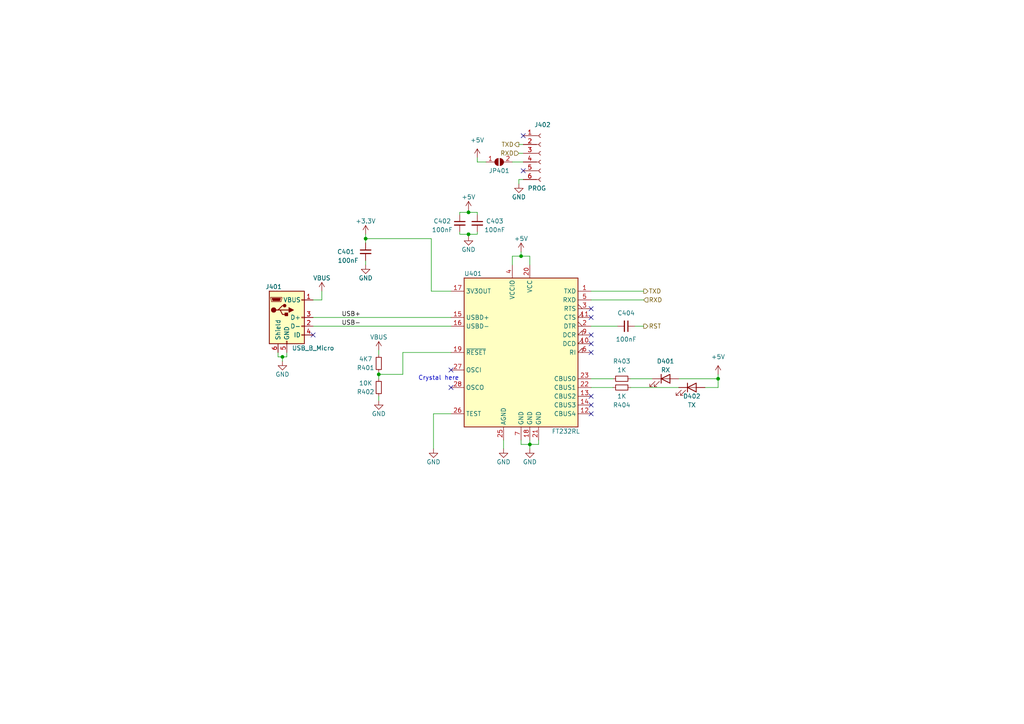
<source format=kicad_sch>
(kicad_sch (version 20211123) (generator eeschema)
  (paper "A4")
  (title_block (title "VTOL Board") (date "${ISSUE}") (rev "${REVISION}") (company "SNHU") (comment 4 "Release: ${FULL_REVISION}"))
  (lib_symbols
    (symbol "Connector:Conn_01x06_Female" (pin_names (offset 1.016) hide)
      (property "Reference" "J" (at 0 7.62 0))
      (property "Value" "Conn_01x06_Female" (at 0 -10.16 0))
      (symbol "Conn_01x06_Female_1_1"
        (arc (start 0 -7.112) (mid -0.508 -7.62) (end 0 -8.128) (stroke (width 0.1524)))
        (arc (start 0 -4.572) (mid -0.508 -5.08) (end 0 -5.588) (stroke (width 0.1524)))
        (arc (start 0 -2.032) (mid -0.508 -2.54) (end 0 -3.048) (stroke (width 0.1524)))
        (polyline (pts (xy -1.27 -7.62) (xy -0.508 -7.62)) (stroke (width 0.1524)))
        (polyline (pts (xy -1.27 -5.08) (xy -0.508 -5.08)) (stroke (width 0.1524)))
        (polyline (pts (xy -1.27 -2.54) (xy -0.508 -2.54)) (stroke (width 0.1524)))
        (polyline (pts (xy -1.27 0) (xy -0.508 0)) (stroke (width 0.1524)))
        (polyline (pts (xy -1.27 2.54) (xy -0.508 2.54)) (stroke (width 0.1524)))
        (polyline (pts (xy -1.27 5.08) (xy -0.508 5.08)) (stroke (width 0.1524)))
        (arc (start 0 0.508) (mid -0.508 0) (end 0 -0.508) (stroke (width 0.1524)))
        (arc (start 0 3.048) (mid -0.508 2.54) (end 0 2.032) (stroke (width 0.1524)))
        (arc (start 0 5.588) (mid -0.508 5.08) (end 0 4.572) (stroke (width 0.1524)))
        (pin passive line (at -5.08 5.08 0) (length 3.81) (name "Pin_1") (number "1"))
        (pin passive line (at -5.08 2.54 0) (length 3.81) (name "Pin_2") (number "2"))
        (pin passive line (at -5.08 0 0) (length 3.81) (name "Pin_3") (number "3"))
        (pin passive line (at -5.08 -2.54 0) (length 3.81) (name "Pin_4") (number "4"))
        (pin passive line (at -5.08 -5.08 0) (length 3.81) (name "Pin_5") (number "5"))
        (pin passive line (at -5.08 -7.62 0) (length 3.81) (name "Pin_6") (number "6"))
      )
    )
    (symbol "Connector:USB_B_Micro" (pin_names (offset 1.016))
      (property "Reference" "J" (at -5.08 11.43 0))
      (property "Value" "USB_B_Micro" (at -5.08 8.89 0))
      (symbol "USB_B_Micro_0_1"
        (rectangle (start -5.08 -7.62) (end 5.08 7.62) (stroke (width 0.254)) (fill (type background)))
        (circle (center -3.81 2.159) (radius 0.635) (stroke (width 0.254)) (fill (type outline)))
        (circle (center -0.635 3.429) (radius 0.381) (stroke (width 0.254)) (fill (type outline)))
        (rectangle (start -0.127 -7.62) (end 0.127 -6.858))
        (polyline (pts (xy -1.905 2.159) (xy 0.635 2.159)) (stroke (width 0.254)))
        (polyline (pts (xy -3.175 2.159) (xy -2.54 2.159) (xy -1.27 3.429) (xy -0.635 3.429)) (stroke (width 0.254)))
        (polyline (pts (xy -2.54 2.159) (xy -1.905 2.159) (xy -1.27 0.889) (xy 0 0.889)) (stroke (width 0.254)))
        (polyline (pts (xy 0.635 2.794) (xy 0.635 1.524) (xy 1.905 2.159) (xy 0.635 2.794)) (stroke (width 0.254)) (fill (type outline)))
        (polyline (pts (xy -4.318 5.588) (xy -1.778 5.588) (xy -2.032 4.826) (xy -4.064 4.826) (xy -4.318 5.588)) (fill (type outline)))
        (polyline (pts (xy -4.699 5.842) (xy -4.699 5.588) (xy -4.445 4.826) (xy -4.445 4.572) (xy -1.651 4.572) (xy -1.651 4.826) (xy -1.397 5.588) (xy -1.397 5.842) (xy -4.699 5.842)))
        (rectangle (start 0.254 1.27) (end -0.508 0.508) (stroke (width 0.254)) (fill (type outline)))
        (rectangle (start 5.08 -5.207) (end 4.318 -4.953))
        (rectangle (start 5.08 -2.667) (end 4.318 -2.413))
        (rectangle (start 5.08 -0.127) (end 4.318 0.127))
        (rectangle (start 5.08 4.953) (end 4.318 5.207))
      )
      (symbol "USB_B_Micro_1_1"
        (pin power_out line (at 7.62 5.08 180) (length 2.54) (name "VBUS") (number "1"))
        (pin bidirectional line (at 7.62 -2.54 180) (length 2.54) (name "D-") (number "2"))
        (pin bidirectional line (at 7.62 0 180) (length 2.54) (name "D+") (number "3"))
        (pin passive line (at 7.62 -5.08 180) (length 2.54) (name "ID") (number "4"))
        (pin power_out line (at 0 -10.16 90) (length 2.54) (name "GND") (number "5"))
        (pin passive line (at -2.54 -10.16 90) (length 2.54) (name "Shield") (number "6"))
      )
    )
    (symbol "Device:C_Small" (pin_numbers hide) (pin_names (offset 0.254) hide)
      (property "Reference" "C" (at 0.254 1.778 0))
      (property "Value" "C_Small" (at 0.254 -2.032 0))
      (symbol "C_Small_0_1"
        (polyline (pts (xy -1.524 -0.508) (xy 1.524 -0.508)) (stroke (width 0.3302)))
        (polyline (pts (xy -1.524 0.508) (xy 1.524 0.508)) (stroke (width 0.3048)))
      )
      (symbol "C_Small_1_1"
        (pin passive line (at 0 2.54 270) (length 2.032) (name "~") (number "1"))
        (pin passive line (at 0 -2.54 90) (length 2.032) (name "~") (number "2"))
      )
    )
    (symbol "Device:LED" (pin_numbers hide) (pin_names (offset 1.016) hide)
      (property "Reference" "D" (at 0 2.54 0))
      (property "Value" "LED" (at 0 -2.54 0))
      (symbol "LED_0_1"
        (polyline (pts (xy -1.27 -1.27) (xy -1.27 1.27)) (stroke (width 0.254)))
        (polyline (pts (xy -1.27 0) (xy 1.27 0)))
        (polyline (pts (xy 1.27 -1.27) (xy 1.27 1.27) (xy -1.27 0) (xy 1.27 -1.27)) (stroke (width 0.254)))
        (polyline (pts (xy -3.048 -0.762) (xy -4.572 -2.286) (xy -3.81 -2.286) (xy -4.572 -2.286) (xy -4.572 -1.524)))
        (polyline (pts (xy -1.778 -0.762) (xy -3.302 -2.286) (xy -2.54 -2.286) (xy -3.302 -2.286) (xy -3.302 -1.524)))
      )
      (symbol "LED_1_1"
        (pin passive line (at -3.81 0 0) (length 2.54) (name "K") (number "1"))
        (pin passive line (at 3.81 0 180) (length 2.54) (name "A") (number "2"))
      )
    )
    (symbol "Device:R_Small" (pin_numbers hide) (pin_names (offset 0.254) hide)
      (property "Reference" "R" (at 0.762 0.508 0))
      (property "Value" "R_Small" (at 0.762 -1.016 0))
      (symbol "R_Small_0_1"
        (rectangle (start -0.762 1.778) (end 0.762 -1.778) (stroke (width 0.2032)))
      )
      (symbol "R_Small_1_1"
        (pin passive line (at 0 2.54 270) (length 0.762) (name "~") (number "1"))
        (pin passive line (at 0 -2.54 90) (length 0.762) (name "~") (number "2"))
      )
    )
    (symbol "Interface_USB:FT232RL"
      (property "Reference" "U" (at -16.51 22.86 0))
      (property "Value" "FT232RL" (at 10.16 22.86 0))
      (symbol "FT232RL_0_1"
        (rectangle (start -16.51 21.59) (end 16.51 -21.59) (stroke (width 0.254)) (fill (type background)))
      )
      (symbol "FT232RL_1_1"
        (pin output line (at 20.32 17.78 180) (length 3.81) (name "TXD") (number "1"))
        (pin input input_low (at 20.32 2.54 180) (length 3.81) (name "DCD") (number "10"))
        (pin input input_low (at 20.32 10.16 180) (length 3.81) (name "CTS") (number "11"))
        (pin bidirectional line (at 20.32 -17.78 180) (length 3.81) (name "CBUS4") (number "12"))
        (pin bidirectional line (at 20.32 -12.7 180) (length 3.81) (name "CBUS2") (number "13"))
        (pin bidirectional line (at 20.32 -15.24 180) (length 3.81) (name "CBUS3") (number "14"))
        (pin bidirectional line (at -20.32 10.16 0) (length 3.81) (name "USBD+") (number "15"))
        (pin bidirectional line (at -20.32 7.62 0) (length 3.81) (name "USBD-") (number "16"))
        (pin power_out line (at -20.32 17.78 0) (length 3.81) (name "3V3OUT") (number "17"))
        (pin power_in line (at 2.54 -25.4 90) (length 3.81) (name "GND") (number "18"))
        (pin input line (at -20.32 0 0) (length 3.81) (name "~{RESET}") (number "19"))
        (pin output output_low (at 20.32 7.62 180) (length 3.81) (name "DTR") (number "2"))
        (pin power_in line (at 2.54 25.4 270) (length 3.81) (name "VCC") (number "20"))
        (pin power_in line (at 5.08 -25.4 90) (length 3.81) (name "GND") (number "21"))
        (pin bidirectional line (at 20.32 -10.16 180) (length 3.81) (name "CBUS1") (number "22"))
        (pin bidirectional line (at 20.32 -7.62 180) (length 3.81) (name "CBUS0") (number "23"))
        (pin power_in line (at -5.08 -25.4 90) (length 3.81) (name "AGND") (number "25"))
        (pin input line (at -20.32 -17.78 0) (length 3.81) (name "TEST") (number "26"))
        (pin input line (at -20.32 -5.08 0) (length 3.81) (name "OSCI") (number "27"))
        (pin output line (at -20.32 -10.16 0) (length 3.81) (name "OSCO") (number "28"))
        (pin output output_low (at 20.32 12.7 180) (length 3.81) (name "RTS") (number "3"))
        (pin power_in line (at -2.54 25.4 270) (length 3.81) (name "VCCIO") (number "4"))
        (pin input line (at 20.32 15.24 180) (length 3.81) (name "RXD") (number "5"))
        (pin input input_low (at 20.32 0 180) (length 3.81) (name "RI") (number "6"))
        (pin power_in line (at 0 -25.4 90) (length 3.81) (name "GND") (number "7"))
        (pin input input_low (at 20.32 5.08 180) (length 3.81) (name "DCR") (number "9"))
      )
    )
    (symbol "Jumper:SolderJumper_2_Open" (pin_names (offset 0) hide)
      (property "Reference" "JP" (at 0 2.032 0))
      (property "Value" "SolderJumper_2_Open" (at 0 -2.54 0))
      (symbol "SolderJumper_2_Open_0_1"
        (arc (start -0.254 1.016) (mid -1.27 0) (end -0.254 -1.016))
        (arc (start -0.254 1.016) (mid -1.27 0) (end -0.254 -1.016) (fill (type outline)))
        (polyline (pts (xy -0.254 1.016) (xy -0.254 -1.016)))
        (polyline (pts (xy 0.254 1.016) (xy 0.254 -1.016)))
        (arc (start 0.254 -1.016) (mid 1.27 0) (end 0.254 1.016))
        (arc (start 0.254 -1.016) (mid 1.27 0) (end 0.254 1.016) (fill (type outline)))
      )
      (symbol "SolderJumper_2_Open_1_1"
        (pin passive line (at -3.81 0 0) (length 2.54) (name "A") (number "1"))
        (pin passive line (at 3.81 0 180) (length 2.54) (name "B") (number "2"))
      )
    )
    (symbol "power:+3.3V" (power) (pin_names (offset 0))
      (property "Value" "+3.3V" (at 0 3.556 0))
      (symbol "+3.3V_0_1"
        (polyline (pts (xy -0.762 1.27) (xy 0 2.54)))
        (polyline (pts (xy 0 0) (xy 0 2.54)))
        (polyline (pts (xy 0 2.54) (xy 0.762 1.27)))
      )
      (symbol "+3.3V_1_1"
        (pin power_in line (at 0 0 90) (length 0) hide (name "+3.3V") (number "1"))
      )
    )
    (symbol "power:+5V" (power) (pin_names (offset 0))
      (property "Value" "+5V" (at 0 3.556 0))
      (symbol "+5V_0_1"
        (polyline (pts (xy -0.762 1.27) (xy 0 2.54)))
        (polyline (pts (xy 0 0) (xy 0 2.54)))
        (polyline (pts (xy 0 2.54) (xy 0.762 1.27)))
      )
      (symbol "+5V_1_1"
        (pin power_in line (at 0 0 90) (length 0) hide (name "+5V") (number "1"))
      )
    )
    (symbol "power:GND" (power) (pin_names (offset 0))
      (property "Value" "GND" (at 0 -3.81 0))
      (symbol "GND_0_1"
        (polyline (pts (xy 0 0) (xy 0 -1.27) (xy 1.27 -1.27) (xy 0 -2.54) (xy -1.27 -1.27) (xy 0 -1.27)))
      )
      (symbol "GND_1_1"
        (pin power_in line (at 0 0 270) (length 0) hide (name "GND") (number "1"))
      )
    )
    (symbol "power:VBUS" (power) (pin_names (offset 0))
      (property "Value" "VBUS" (at 0 3.81 0))
      (symbol "VBUS_0_1"
        (polyline (pts (xy -0.762 1.27) (xy 0 2.54)))
        (polyline (pts (xy 0 0) (xy 0 2.54)))
        (polyline (pts (xy 0 2.54) (xy 0.762 1.27)))
      )
      (symbol "VBUS_1_1"
        (pin power_in line (at 0 0 90) (length 0) hide (name "VBUS") (number "1"))
      )
    )
  )
  (junction (at 153.67 128.905))
  (junction (at 106.045 69.215))
  (junction (at 81.915 103.505))
  (junction (at 135.89 61.595))
  (junction (at 109.855 108.585))
  (junction (at 208.28 109.855))
  (junction (at 135.89 67.945))
  (junction (at 151.13 74.295))
  (no_connect (at 151.765 49.53))
  (no_connect (at 90.805 97.155))
  (no_connect (at 130.81 107.315))
  (no_connect (at 171.45 92.075))
  (no_connect (at 171.45 102.235))
  (no_connect (at 171.45 99.695))
  (no_connect (at 171.45 97.155))
  (no_connect (at 171.45 114.935))
  (no_connect (at 171.45 89.535))
  (no_connect (at 171.45 120.015))
  (no_connect (at 151.765 39.37))
  (no_connect (at 171.45 117.475))
  (no_connect (at 130.81 112.395))
  (wire (pts (xy 133.35 67.945) (xy 135.89 67.945)))
  (wire (pts (xy 106.045 69.215) (xy 106.045 70.485)))
  (wire (pts (xy 125.73 120.015) (xy 125.73 130.175)))
  (wire (pts (xy 150.495 52.07) (xy 151.765 52.07)))
  (wire (pts (xy 150.495 53.34) (xy 150.495 52.07)))
  (wire (pts (xy 151.13 74.295) (xy 148.59 74.295)))
  (wire (pts (xy 80.645 102.235) (xy 80.645 103.505)))
  (wire (pts (xy 171.45 109.855) (xy 177.8 109.855)))
  (wire (pts (xy 148.59 74.295) (xy 148.59 76.835)))
  (wire (pts (xy 186.69 84.455) (xy 171.45 84.455)))
  (wire (pts (xy 106.045 69.215) (xy 125.095 69.215)))
  (wire (pts (xy 109.855 108.585) (xy 116.84 108.585)))
  (wire (pts (xy 151.13 127.635) (xy 151.13 128.905)))
  (wire (pts (xy 90.805 94.615) (xy 130.81 94.615)))
  (wire (pts (xy 83.185 102.235) (xy 83.185 103.505)))
  (wire (pts (xy 109.855 107.95) (xy 109.855 108.585)))
  (wire (pts (xy 133.35 61.595) (xy 135.89 61.595)))
  (wire (pts (xy 208.28 109.855) (xy 196.85 109.855)))
  (wire (pts (xy 93.345 86.995) (xy 93.345 84.455)))
  (wire (pts (xy 135.89 67.945) (xy 138.43 67.945)))
  (wire (pts (xy 130.81 120.015) (xy 125.73 120.015)))
  (wire (pts (xy 150.495 41.91) (xy 151.765 41.91)))
  (wire (pts (xy 109.855 114.935) (xy 109.855 116.205)))
  (wire (pts (xy 125.095 69.215) (xy 125.095 84.455)))
  (wire (pts (xy 109.855 108.585) (xy 109.855 109.855)))
  (wire (pts (xy 106.045 69.215) (xy 106.045 67.945)))
  (wire (pts (xy 138.43 67.945) (xy 138.43 67.31)))
  (wire (pts (xy 151.13 74.295) (xy 153.67 74.295)))
  (wire (pts (xy 138.43 46.99) (xy 140.97 46.99)))
  (wire (pts (xy 156.21 128.905) (xy 153.67 128.905)))
  (wire (pts (xy 150.495 44.45) (xy 151.765 44.45)))
  (wire (pts (xy 156.21 127.635) (xy 156.21 128.905)))
  (wire (pts (xy 153.67 127.635) (xy 153.67 128.905)))
  (wire (pts (xy 182.88 109.855) (xy 189.23 109.855)))
  (wire (pts (xy 133.35 62.23) (xy 133.35 61.595)))
  (wire (pts (xy 80.645 103.505) (xy 81.915 103.505)))
  (wire (pts (xy 153.67 128.905) (xy 153.67 130.175)))
  (wire (pts (xy 138.43 61.595) (xy 138.43 62.23)))
  (wire (pts (xy 135.89 61.595) (xy 135.89 60.96)))
  (wire (pts (xy 125.095 84.455) (xy 130.81 84.455)))
  (wire (pts (xy 106.045 75.565) (xy 106.045 76.835)))
  (wire (pts (xy 208.28 108.585) (xy 208.28 109.855)))
  (wire (pts (xy 151.13 73.025) (xy 151.13 74.295)))
  (wire (pts (xy 90.805 86.995) (xy 93.345 86.995)))
  (wire (pts (xy 171.45 94.615) (xy 179.07 94.615)))
  (wire (pts (xy 138.43 45.72) (xy 138.43 46.99)))
  (wire (pts (xy 153.67 74.295) (xy 153.67 76.835)))
  (wire (pts (xy 171.45 112.395) (xy 177.8 112.395)))
  (wire (pts (xy 135.89 67.945) (xy 135.89 68.58)))
  (wire (pts (xy 83.185 103.505) (xy 81.915 103.505)))
  (wire (pts (xy 116.84 108.585) (xy 116.84 102.235)))
  (wire (pts (xy 116.84 102.235) (xy 130.81 102.235)))
  (wire (pts (xy 148.59 46.99) (xy 151.765 46.99)))
  (wire (pts (xy 151.13 128.905) (xy 153.67 128.905)))
  (wire (pts (xy 81.915 103.505) (xy 81.915 104.775)))
  (wire (pts (xy 182.88 112.395) (xy 196.85 112.395)))
  (wire (pts (xy 135.89 61.595) (xy 138.43 61.595)))
  (wire (pts (xy 208.28 112.395) (xy 208.28 109.855)))
  (wire (pts (xy 186.69 86.995) (xy 171.45 86.995)))
  (wire (pts (xy 146.05 127.635) (xy 146.05 130.175)))
  (wire (pts (xy 109.855 101.6) (xy 109.855 102.87)))
  (wire (pts (xy 90.805 92.075) (xy 130.81 92.075)))
  (wire (pts (xy 186.69 94.615) (xy 184.15 94.615)))
  (wire (pts (xy 204.47 112.395) (xy 208.28 112.395)))
  (wire (pts (xy 133.35 67.31) (xy 133.35 67.945)))
  (text "Crystal here" (at 121.285 110.49 0) (effects (font (size 1.27 1.27)) (justify left bottom)))
  (label "USB+" (at 99.06 92.075 0))
  (label "USB-" (at 99.06 94.615 0))
  (hierarchical_label "TXD" (shape output) (at 150.495 41.91 180))
  (hierarchical_label "RXD" (shape input) (at 150.495 44.45 180))
  (hierarchical_label "RXD" (shape input) (at 186.69 86.995 0))
  (hierarchical_label "TXD" (shape output) (at 186.69 84.455 0))
  (hierarchical_label "RST" (shape output) (at 186.69 94.615 0))
  (symbol (lib_id "power:GND") (at 146.05 130.175 0) (unit 1)
    (property "Reference" "#PWR0118" (effects hide))
    (property "Value" "GND" (at 146.05 133.985 0))
  )
  (symbol (lib_id "power:+5V") (at 208.28 108.585 0) (unit 1)
    (property "Reference" "#PWR0116" (effects hide))
    (property "Value" "+5V" (at 208.28 103.505 0))
  )
  (symbol (lib_id "power:+5V") (at 151.13 73.025 0) (unit 1)
    (property "Reference" "#PWR0121" (effects hide))
    (property "Value" "+5V" (at 151.13 69.215 0))
  )
  (symbol (lib_id "Device:C_Small") (at 181.61 94.615 270) (unit 1)
    (property "Reference" "C404" (at 181.61 90.805 90))
    (property "Value" "100nF" (at 181.61 98.425 90))
    (property "Footprint" "Capacitor_SMD:C_0805_2012Metric" (effects hide))
  )
  (symbol (lib_id "power:GND") (at 106.045 76.835 0) (unit 1)
    (property "Reference" "#PWR0128" (effects hide))
    (property "Value" "GND" (at 106.045 80.645 0))
  )
  (symbol (lib_id "Device:R_Small") (at 109.855 105.41 180) (unit 1)
    (property "Reference" "R401" (at 106.045 106.68 0))
    (property "Value" "4K7" (at 106.045 104.14 0))
    (property "Footprint" "Resistor_SMD:R_0805_2012Metric" (effects hide))
  )
  (symbol (lib_id "Connector:Conn_01x06_Female") (at 156.845 44.45 0) (unit 1)
    (property "Reference" "J402" (at 154.94 36.195 0) (effects (justify left)))
    (property "Value" "PROG" (at 153.035 54.61 0) (effects (justify left)))
    (property "Footprint" "Connector_PinSocket_2.54mm:PinSocket_1x06_P2.54mm_Vertical" (effects hide))
  )
  (symbol (lib_id "Device:C_Small") (at 106.045 73.025 0) (unit 1)
    (property "Reference" "C401" (at 100.33 73.025 0))
    (property "Value" "100nF" (at 100.965 75.565 0))
    (property "Footprint" "Capacitor_SMD:C_0805_2012Metric" (effects hide))
  )
  (symbol (lib_id "power:GND") (at 135.89 68.58 0) (unit 1)
    (property "Reference" "#PWR0122" (effects hide))
    (property "Value" "GND" (at 135.89 72.39 0))
  )
  (symbol (lib_id "power:GND") (at 125.73 130.175 0) (unit 1)
    (property "Reference" "#PWR0124" (effects hide))
    (property "Value" "GND" (at 125.73 133.985 0))
  )
  (symbol (lib_id "Device:R_Small") (at 180.34 112.395 270) (unit 1)
    (property "Reference" "R404" (at 180.34 117.475 90))
    (property "Value" "1K" (at 180.34 114.935 90))
    (property "Footprint" "Resistor_SMD:R_0805_2012Metric" (effects hide))
  )
  (symbol (lib_id "power:GND") (at 81.915 104.775 0) (unit 1)
    (property "Reference" "#PWR0127" (effects hide))
    (property "Value" "GND" (at 81.915 108.585 0))
  )
  (symbol (lib_id "Device:R_Small") (at 109.855 112.395 180) (unit 1)
    (property "Reference" "R402" (at 106.045 113.665 0))
    (property "Value" "10K" (at 106.045 111.125 0))
    (property "Footprint" "Resistor_SMD:R_0805_2012Metric" (effects hide))
  )
  (symbol (lib_id "power:+3.3V") (at 106.045 67.945 0) (unit 1)
    (property "Reference" "#PWR0125" (effects hide))
    (property "Value" "+3.3V" (at 106.045 64.135 0))
  )
  (symbol (lib_id "power:GND") (at 153.67 130.175 0) (unit 1)
    (property "Reference" "#PWR0117" (effects hide))
    (property "Value" "GND" (at 153.67 133.985 0))
  )
  (symbol (lib_id "Device:R_Small") (at 180.34 109.855 90) (unit 1)
    (property "Reference" "R403" (at 180.34 104.775 90))
    (property "Value" "1K" (at 180.34 107.315 90))
    (property "Footprint" "Resistor_SMD:R_0805_2012Metric" (effects hide))
  )
  (symbol (lib_id "power:+5V") (at 138.43 45.72 0) (unit 1)
    (property "Reference" "#PWR0123" (effects hide))
    (property "Value" "+5V" (at 138.43 40.64 0))
  )
  (symbol (lib_id "Interface_USB:FT232RL") (at 151.13 102.235 0) (unit 1)
    (property "Reference" "U401" (at 134.62 79.375 0) (effects (justify left)))
    (property "Value" "FT232RL" (at 160.02 125.095 0) (effects (justify left)))
    (property "Footprint" "Package_SO:SSOP-28_5.3x10.2mm_P0.65mm" (effects hide))
    (property "Datasheet" "https://www.ftdichip.com/Support/Documents/DataSheets/ICs/DS_FT232R.pdf" (effects hide))
  )
  (symbol (lib_id "Device:C_Small") (at 138.43 64.77 0) (unit 1)
    (property "Reference" "C403" (at 143.51 64.135 0))
    (property "Value" "100nF" (at 143.51 66.675 0))
    (property "Footprint" "Capacitor_SMD:C_0805_2012Metric" (effects hide))
  )
  (symbol (lib_id "power:GND") (at 150.495 53.34 0) (unit 1)
    (property "Reference" "#PWR0119" (effects hide))
    (property "Value" "GND" (at 150.495 57.15 0))
  )
  (symbol (lib_id "power:+5V") (at 135.89 60.96 0) (unit 1)
    (property "Reference" "#PWR0120" (effects hide))
    (property "Value" "+5V" (at 135.89 57.15 0))
  )
  (symbol (lib_id "power:GND") (at 109.855 116.205 0) (unit 1)
    (property "Reference" "#PWR0126" (effects hide))
    (property "Value" "GND" (at 109.855 120.015 0))
  )
  (symbol (lib_id "Device:LED") (at 193.04 109.855 0) (unit 1)
    (property "Reference" "D401" (at 193.04 104.775 0))
    (property "Value" "RX" (at 193.04 107.315 0))
    (property "Footprint" "LED_SMD:LED_0805_2012Metric" (effects hide))
  )
  (symbol (lib_id "Device:C_Small") (at 133.35 64.77 0) (unit 1)
    (property "Reference" "C402" (at 128.27 64.135 0))
    (property "Value" "100nF" (at 128.27 66.675 0))
    (property "Footprint" "Capacitor_SMD:C_0805_2012Metric" (effects hide))
  )
  (symbol (lib_id "power:VBUS") (at 109.855 101.6 0) (unit 1)
    (property "Reference" "#PWR0130" (effects hide))
    (property "Value" "VBUS" (at 109.855 97.79 0))
  )
  (symbol (lib_id "Device:LED") (at 200.66 112.395 0) (unit 1)
    (property "Reference" "D402" (at 200.66 114.935 0))
    (property "Value" "TX" (at 200.66 117.475 0))
    (property "Footprint" "LED_SMD:LED_0805_2012Metric" (effects hide))
  )
  (symbol (lib_id "power:VBUS") (at 93.345 84.455 0) (unit 1)
    (property "Reference" "#PWR0129" (effects hide))
    (property "Value" "VBUS" (at 93.345 80.645 0))
  )
  (symbol (lib_id "Connector:USB_B_Micro") (at 83.185 92.075 0) (unit 1)
    (property "Reference" "J401" (at 79.375 83.185 0))
    (property "Value" "USB_B_Micro" (at 90.805 100.965 0))
    (property "Footprint" "Connector_USB:USB_Mini-B_Lumberg_2486_01_Horizontal" (effects hide))
  )
  (symbol (lib_id "Jumper:SolderJumper_2_Open") (at 144.78 46.99 0) (unit 1)
    (property "Reference" "JP401" (at 144.78 49.53 0))
    (property "Value" "SolderJumper_2_Open" (effects hide))
    (property "Footprint" "Jumper:SolderJumper-2_P1.3mm_Open_TrianglePad1.0x1.5mm" (effects hide))
  )
)
</source>
